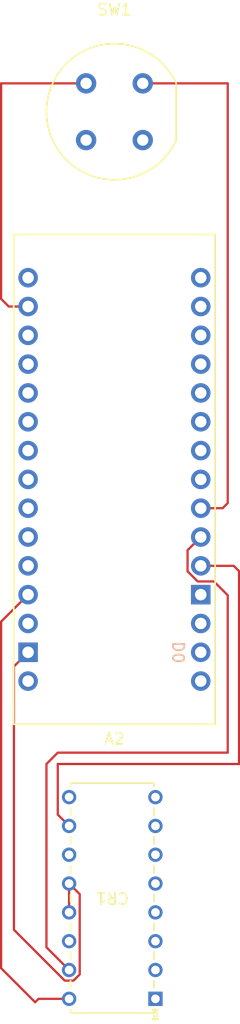
<source format=kicad_pcb>
(kicad_pcb (version 20241229) (generator "pcbnew") (generator_version "9.0")
  (layers (0 "F.Cu" signal) (2 "B.Cu" signal) (13 "F.Paste" user) (15 "B.Paste" user) (5 "F.SilkS" user "F.Silkscreen") (7 "B.SilkS" user "B.Silkscreen") (1 "F.Mask" user) (3 "B.Mask" user) (25 "Edge.Cuts" user))
  (net 0 "")
  (net 1 "Net-(CR1-INPUT4)")
  (net 13 "Net-(CR1-INPUT3)")
  (net 32 "Net-(CR1-VSS)")
  (net 35 "Net-(A2-PadD4)")
  (net 37 "Net-(A2-3.3V)")
  (net 41 "Net-(A2-GND-PadGND2)")
  (footprint "L293D:PowerDIP-16_STM" (layer "F.Cu") (at 56.62 97.7 180)
    (property "Reference" "CR1" (at 3.81 8.89 180) (layer "F.SilkS"))
    (property "Value" "L293D")
    (fp_line (start 7.493 19.0119) (end 7.493 18.73937) (stroke (width 0.1524)) (layer "F.SilkS"))
    (fp_line (start 7.493 16.82063) (end 7.493 16.19937) (stroke (width 0.1524)) (layer "F.SilkS"))
    (fp_line (start 7.493 14.28063) (end 7.493 13.65937) (stroke (width 0.1524)) (layer "F.SilkS"))
    (fp_line (start 7.493 11.74063) (end 7.493 11.11937) (stroke (width 0.1524)) (layer "F.SilkS"))
    (fp_line (start 7.493 9.20063) (end 7.493 8.57937) (stroke (width 0.1524)) (layer "F.SilkS"))
    (fp_line (start 7.493 6.66063) (end 7.493 6.03937) (stroke (width 0.1524)) (layer "F.SilkS"))
    (fp_line (start 7.493 4.12063) (end 7.493 3.49937) (stroke (width 0.1524)) (layer "F.SilkS"))
    (fp_line (start 7.493 1.58063) (end 7.493 0.95937) (stroke (width 0.1524)) (layer "F.SilkS"))
    (fp_line (start 7.493 -0.95937) (end 7.493 -1.2319) (stroke (width 0.1524)) (layer "F.SilkS"))
    (fp_line (start 7.493 -1.2319) (end 0.127 -1.2319) (stroke (width 0.1524)) (layer "F.SilkS"))
    (fp_line (start 0.127 19.0119) (end 7.493 19.0119) (stroke (width 0.1524)) (layer "F.SilkS"))
    (fp_line (start 0.127 18.73937) (end 0.127 19.0119) (stroke (width 0.1524)) (layer "F.SilkS"))
    (fp_line (start 0.127 16.19937) (end 0.127 16.82063) (stroke (width 0.1524)) (layer "F.SilkS"))
    (fp_line (start 0.127 13.65937) (end 0.127 14.28063) (stroke (width 0.1524)) (layer "F.SilkS"))
    (fp_line (start 0.127 11.11937) (end 0.127 11.74063) (stroke (width 0.1524)) (layer "F.SilkS"))
    (fp_line (start 0.127 8.57937) (end 0.127 9.20063) (stroke (width 0.1524)) (layer "F.SilkS"))
    (fp_line (start 0.127 6.03937) (end 0.127 6.66063) (stroke (width 0.1524)) (layer "F.SilkS"))
    (fp_line (start 0.127 3.49937) (end 0.127 4.12063) (stroke (width 0.1524)) (layer "F.SilkS"))
    (fp_line (start 0.127 0.96774) (end 0.127 1.58063) (stroke (width 0.1524)) (layer "F.SilkS"))
    (fp_line (start 0.127 -1.2319) (end 0.127 -0.96774) (stroke (width 0.1524)) (layer "F.SilkS"))
    (fp_text user "*" (at 0 -1.397 180) (layer "F.SilkS"))
    (fp_text user "*" (at 0 -1.397 180) (layer "F.SilkS"))
    (pad "1" thru_hole rect (at 0 0 180) (size 1.27 1.27) (drill 0.762) (layers "*.Cu" "*.Mask"))
    (pad "2" thru_hole circle (at 0 2.54 180) (size 1.27 1.27) (drill 0.762) (layers "*.Cu" "*.Mask"))
    (pad "3" thru_hole circle (at 0 5.08 180) (size 1.27 1.27) (drill 0.762) (layers "*.Cu" "*.Mask"))
    (pad "4" thru_hole circle (at 0 7.62 180) (size 1.27 1.27) (drill 0.762) (layers "*.Cu" "*.Mask"))
    (pad "5" thru_hole circle (at 0 10.16 180) (size 1.27 1.27) (drill 0.762) (layers "*.Cu" "*.Mask"))
    (pad "6" thru_hole circle (at 0 12.7 180) (size 1.27 1.27) (drill 0.762) (layers "*.Cu" "*.Mask"))
    (pad "7" thru_hole circle (at 0 15.24 180) (size 1.27 1.27) (drill 0.762) (layers "*.Cu" "*.Mask"))
    (pad "8" thru_hole circle (at 0 17.78 180) (size 1.27 1.27) (drill 0.762) (layers "*.Cu" "*.Mask"))
    (pad "9" thru_hole circle (at 7.62 17.78 180) (size 1.27 1.27) (drill 0.762) (layers "*.Cu" "*.Mask"))
    (pad "10" thru_hole circle (at 7.62 15.24 180) (size 1.27 1.27) (drill 0.762) (layers "*.Cu" "*.Mask") (net 13 "Net-(CR1-INPUT3)"))
    (pad "11" thru_hole circle (at 7.62 12.7 180) (size 1.27 1.27) (drill 0.762) (layers "*.Cu" "*.Mask"))
    (pad "12" thru_hole circle (at 7.62 10.16 180) (size 1.27 1.27) (drill 0.762) (layers "*.Cu" "*.Mask") (net 41 "Net-(A2-GND-PadGND2)"))
    (pad "13" thru_hole circle (at 7.62 7.62 180) (size 1.27 1.27) (drill 0.762) (layers "*.Cu" "*.Mask") (net 41 "Net-(A2-GND-PadGND2)"))
    (pad "14" thru_hole circle (at 7.62 5.08 180) (size 1.27 1.27) (drill 0.762) (layers "*.Cu" "*.Mask"))
    (pad "15" thru_hole circle (at 7.62 2.54 180) (size 1.27 1.27) (drill 0.762) (layers "*.Cu" "*.Mask") (net 1 "Net-(CR1-INPUT4)"))
    (pad "16" thru_hole circle (at 7.62 0 180) (size 1.27 1.27) (drill 0.762) (layers "*.Cu" "*.Mask") (net 32 "Net-(CR1-VSS)"))
  )
  (footprint "PCM_4ms_Switch:Button_PB20B" (layer "F.Cu") (at 53 19.5)
    (property "Reference" "SW1" (at 0 -9 0) (layer "F.SilkS"))
    (property "Value" "Push_Button")
    (fp_line (start 5.45 -2.51) (end 5.45 2.51) (stroke (width 0.15)) (layer "F.SilkS"))
    (fp_arc (start 5.448111 2.514098) (mid -6.000216 -0.002256) (end 5.45 -2.51) (stroke (width 0.15)) (layer "F.SilkS"))
    (pad "1" thru_hole circle (at -2.5 -2.5) (size 1.8 1.8) (drill 1) (layers "*.Cu" "*.Mask") (net 37 "Net-(A2-3.3V)"))
    (pad "2" thru_hole circle (at 2.5 -2.5) (size 1.8 1.8) (drill 1) (layers "*.Cu" "*.Mask") (net 35 "Net-(A2-PadD4)"))
    (pad "3" thru_hole circle (at 2.5 2.5) (size 1.8 1.8) (drill 1) (layers "*.Cu" "*.Mask"))
    (pad "4" thru_hole circle (at -2.5 2.5) (size 1.8 1.8) (drill 1) (layers "*.Cu" "*.Mask"))
  )
  (footprint "PCM_arduino-library:Arduino_Nano_ESP32_Socket" (layer "F.Cu") (at 53 30.322 180)
    (property "Reference" "A2" (at 0 -44.45 0) (layer "F.SilkS"))
    (property "Value" "Arduino_Nano_ESP32_Socket")
    (fp_line (start 8.89 -43.18) (end 8.89 0) (stroke (width 0.15)) (layer "F.SilkS"))
    (fp_line (start -8.89 0) (end 8.89 0) (stroke (width 0.15)) (layer "F.SilkS"))
    (fp_line (start -8.89 -43.18) (end 8.89 -43.18) (stroke (width 0.15)) (layer "F.SilkS"))
    (fp_line (start -8.89 -43.18) (end -8.89 0) (stroke (width 0.15)) (layer "F.SilkS"))
    (fp_text user "D0" (at -5.715 -36.83 90) (layer "F.SilkS"))
    (fp_text user "D0" (at -5.715 -36.83 90) (layer "B.SilkS") (effects (justify mirror)))
    (pad "" np_thru_hole circle (at -7.62 -41.91 180) (size 1.8 1.8) (drill 1.8) (layers "*.Cu" "*.Mask"))
    (pad "" np_thru_hole circle (at -7.62 -1.27 180) (size 1.8 1.8) (drill 1.8) (layers "*.Cu" "*.Mask"))
    (pad "" np_thru_hole circle (at 7.62 -41.91 180) (size 1.8 1.8) (drill 1.8) (layers "*.Cu" "*.Mask"))
    (pad "" np_thru_hole circle (at 7.62 -1.27 180) (size 1.8 1.8) (drill 1.8) (layers "*.Cu" "*.Mask"))
    (pad "3V3" thru_hole circle (at 7.62 -6.35 180) (size 1.7272 1.7272) (drill 1.016) (layers "*.Cu" "*.Mask") (net 37 "Net-(A2-3.3V)"))
    (pad "5V" thru_hole circle (at 7.62 -31.75 180) (size 1.7272 1.7272) (drill 1.016) (layers "*.Cu" "*.Mask") (net 32 "Net-(CR1-VSS)"))
    (pad "A0" thru_hole circle (at 7.62 -11.43 180) (size 1.7272 1.7272) (drill 1.016) (layers "*.Cu" "*.Mask"))
    (pad "A1" thru_hole circle (at 7.62 -13.97 180) (size 1.7272 1.7272) (drill 1.016) (layers "*.Cu" "*.Mask"))
    (pad "A2" thru_hole circle (at 7.62 -16.51 180) (size 1.7272 1.7272) (drill 1.016) (layers "*.Cu" "*.Mask"))
    (pad "A3" thru_hole circle (at 7.62 -19.05 180) (size 1.7272 1.7272) (drill 1.016) (layers "*.Cu" "*.Mask"))
    (pad "A4" thru_hole circle (at 7.62 -21.59 180) (size 1.7272 1.7272) (drill 1.016) (layers "*.Cu" "*.Mask"))
    (pad "A5" thru_hole circle (at 7.62 -24.13 180) (size 1.7272 1.7272) (drill 1.016) (layers "*.Cu" "*.Mask"))
    (pad "A6" thru_hole circle (at 7.62 -26.67 180) (size 1.7272 1.7272) (drill 1.016) (layers "*.Cu" "*.Mask"))
    (pad "A7" thru_hole circle (at 7.62 -29.21 180) (size 1.7272 1.7272) (drill 1.016) (layers "*.Cu" "*.Mask"))
    (pad "B0" thru_hole circle (at 7.62 -8.89 180) (size 1.7272 1.7272) (drill 1.016) (layers "*.Cu" "*.Mask"))
    (pad "B1" thru_hole circle (at 7.62 -34.29 180) (size 1.7272 1.7272) (drill 1.016) (layers "*.Cu" "*.Mask"))
    (pad "D0" thru_hole circle (at -7.62 -36.83 180) (size 1.7272 1.7272) (drill 1.016) (layers "*.Cu" "*.Mask"))
    (pad "D1" thru_hole circle (at -7.62 -39.37 180) (size 1.7272 1.7272) (drill 1.016) (layers "*.Cu" "*.Mask"))
    (pad "D2" thru_hole circle (at -7.62 -29.21 180) (size 1.7272 1.7272) (drill 1.016) (layers "*.Cu" "*.Mask") (net 13 "Net-(CR1-INPUT3)"))
    (pad "D3" thru_hole circle (at -7.62 -26.67 180) (size 1.7272 1.7272) (drill 1.016) (layers "*.Cu" "*.Mask") (net 1 "Net-(CR1-INPUT4)"))
    (pad "D4" thru_hole circle (at -7.62 -24.13 180) (size 1.7272 1.7272) (drill 1.016) (layers "*.Cu" "*.Mask") (net 35 "Net-(A2-PadD4)"))
    (pad "D5" thru_hole circle (at -7.62 -21.59 180) (size 1.7272 1.7272) (drill 1.016) (layers "*.Cu" "*.Mask"))
    (pad "D6" thru_hole circle (at -7.62 -19.05 180) (size 1.7272 1.7272) (drill 1.016) (layers "*.Cu" "*.Mask"))
    (pad "D7" thru_hole circle (at -7.62 -16.51 180) (size 1.7272 1.7272) (drill 1.016) (layers "*.Cu" "*.Mask"))
    (pad "D8" thru_hole circle (at -7.62 -13.97 180) (size 1.7272 1.7272) (drill 1.016) (layers "*.Cu" "*.Mask"))
    (pad "D9" thru_hole circle (at -7.62 -11.43 180) (size 1.7272 1.7272) (drill 1.016) (layers "*.Cu" "*.Mask"))
    (pad "D10" thru_hole circle (at -7.62 -8.89 180) (size 1.7272 1.7272) (drill 1.016) (layers "*.Cu" "*.Mask"))
    (pad "D11" thru_hole circle (at -7.62 -6.35 180) (size 1.7272 1.7272) (drill 1.016) (layers "*.Cu" "*.Mask"))
    (pad "D12" thru_hole circle (at -7.62 -3.81 180) (size 1.7272 1.7272) (drill 1.016) (layers "*.Cu" "*.Mask"))
    (pad "D13" thru_hole circle (at 7.62 -3.81 180) (size 1.7272 1.7272) (drill 1.016) (layers "*.Cu" "*.Mask"))
    (pad "GND1" thru_hole rect (at -7.62 -31.75 180) (size 1.7272 1.7272) (drill 1.016) (layers "*.Cu" "*.Mask"))
    (pad "GND2" thru_hole rect (at 7.62 -36.83 180) (size 1.7272 1.7272) (drill 1.016) (layers "*.Cu" "*.Mask") (net 41 "Net-(A2-GND-PadGND2)"))
    (pad "RST" thru_hole circle (at -7.62 -34.29 180) (size 1.7272 1.7272) (drill 1.016) (layers "*.Cu" "*.Mask"))
    (pad "VIN" thru_hole circle (at 7.62 -39.37 180) (size 1.7272 1.7272) (drill 1.016) (layers "*.Cu" "*.Mask"))
  )
  (segment (start 59.4554 58.1566) (end 59.4554 60.014394) (width 0.2) (layer "F.Cu") (net 1))
  (segment (start 61.7846 60.9074) (end 63 62.1228) (width 0.2) (layer "F.Cu") (net 1))
  (segment (start 47 93.16) (end 49 95.16) (width 0.2) (layer "F.Cu") (net 1))
  (segment (start 47 77) (end 47 93.16) (width 0.2) (layer "F.Cu") (net 1))
  (segment (start 63 62.1228) (end 63 76) (width 0.2) (layer "F.Cu") (net 1))
  (segment (start 60.348406 60.9074) (end 61.7846 60.9074) (width 0.2) (layer "F.Cu") (net 1))
  (segment (start 63 76) (end 48 76) (width 0.2) (layer "F.Cu") (net 1))
  (segment (start 60.62 56.992) (end 59.4554 58.1566) (width 0.2) (layer "F.Cu") (net 1))
  (segment (start 59.4554 60.014394) (end 60.348406 60.9074) (width 0.2) (layer "F.Cu") (net 1))
  (segment (start 48 76) (end 47 77) (width 0.2) (layer "F.Cu") (net 1))
  (segment (start 48 77) (end 48 81.46) (width 0.2) (layer "F.Cu") (net 13))
  (segment (start 60.62 59.532) (end 63.532 59.532) (width 0.2) (layer "F.Cu") (net 13))
  (segment (start 48 81.46) (end 49 82.46) (width 0.2) (layer "F.Cu") (net 13))
  (segment (start 64 60) (end 64 77) (width 0.2) (layer "F.Cu") (net 13))
  (segment (start 64 77) (end 48 77) (width 0.2) (layer "F.Cu") (net 13))
  (segment (start 63.532 59.532) (end 64 60) (width 0.2) (layer "F.Cu") (net 13))
  (segment (start 46 98) (end 46.3 97.7) (width 0.2) (layer "F.Cu") (net 32))
  (segment (start 43 95) (end 46 98) (width 0.2) (layer "F.Cu") (net 32))
  (segment (start 45.38 62.072) (end 43 64.452) (width 0.2) (layer "F.Cu") (net 32))
  (segment (start 46.3 97.7) (end 49 97.7) (width 0.2) (layer "F.Cu") (net 32))
  (segment (start 43 64.452) (end 43 95) (width 0.2) (layer "F.Cu") (net 32))
  (segment (start 63 54) (end 62.548 54.452) (width 0.2) (layer "F.Cu") (net 35))
  (segment (start 63 17) (end 63 54) (width 0.2) (layer "F.Cu") (net 35))
  (segment (start 62.548 54.452) (end 60.62 54.452) (width 0.2) (layer "F.Cu") (net 35))
  (segment (start 55.5 17) (end 63 17) (width 0.2) (layer "F.Cu") (net 35))
  (segment (start 43 36) (end 43.672 36.672) (width 0.2) (layer "F.Cu") (net 37))
  (segment (start 43.672 36.672) (end 45.38 36.672) (width 0.2) (layer "F.Cu") (net 37))
  (segment (start 50.5 17) (end 43 17) (width 0.2) (layer "F.Cu") (net 37))
  (segment (start 43 17) (end 43 36) (width 0.2) (layer "F.Cu") (net 37))
  (segment (start 49.387704 96.096) (end 49.936 95.547704) (width 0.2) (layer "F.Cu") (net 41))
  (segment (start 48.612296 96.096) (end 49.387704 96.096) (width 0.2) (layer "F.Cu") (net 41))
  (segment (start 49 87.54) (end 49 90.08) (width 0.2) (layer "F.Cu") (net 41))
  (segment (start 45.38 67.152) (end 44.129 68.403) (width 0.2) (layer "F.Cu") (net 41))
  (segment (start 44.129 91.612704) (end 48.612296 96.096) (width 0.2) (layer "F.Cu") (net 41))
  (segment (start 49.936 88.476) (end 49 87.54) (width 0.2) (layer "F.Cu") (net 41))
  (segment (start 49.936 95.547704) (end 49.936 88.476) (width 0.2) (layer "F.Cu") (net 41))
  (segment (start 44.129 68.403) (end 44.129 91.612704) (width 0.2) (layer "F.Cu") (net 41))
)
</source>
